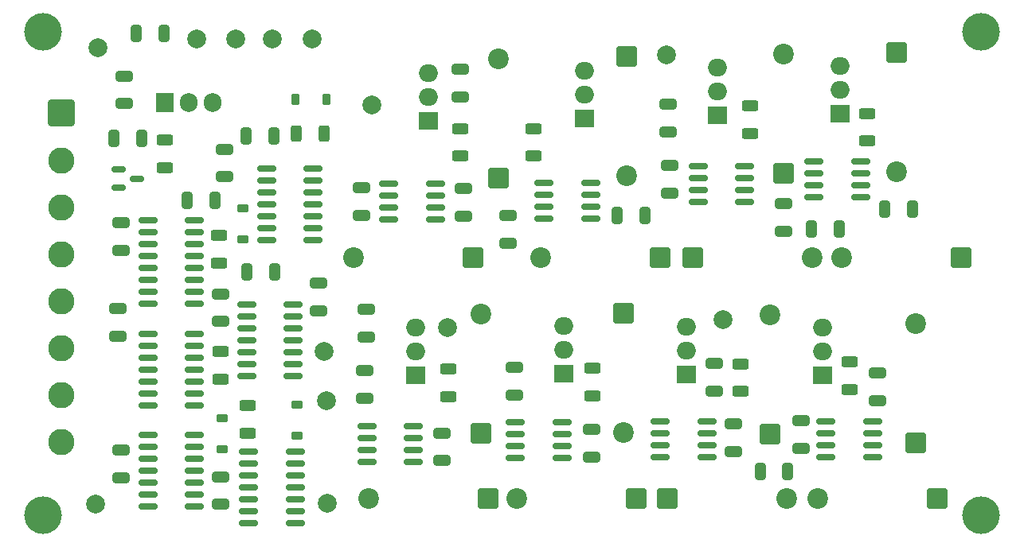
<source format=gts>
%TF.GenerationSoftware,KiCad,Pcbnew,9.0.2*%
%TF.CreationDate,2025-12-17T22:35:22-05:00*%
%TF.ProjectId,motor-driver,6d6f746f-722d-4647-9269-7665722e6b69,rev?*%
%TF.SameCoordinates,Original*%
%TF.FileFunction,Soldermask,Top*%
%TF.FilePolarity,Negative*%
%FSLAX46Y46*%
G04 Gerber Fmt 4.6, Leading zero omitted, Abs format (unit mm)*
G04 Created by KiCad (PCBNEW 9.0.2) date 2025-12-17 22:35:22*
%MOMM*%
%LPD*%
G01*
G04 APERTURE LIST*
G04 Aperture macros list*
%AMRoundRect*
0 Rectangle with rounded corners*
0 $1 Rounding radius*
0 $2 $3 $4 $5 $6 $7 $8 $9 X,Y pos of 4 corners*
0 Add a 4 corners polygon primitive as box body*
4,1,4,$2,$3,$4,$5,$6,$7,$8,$9,$2,$3,0*
0 Add four circle primitives for the rounded corners*
1,1,$1+$1,$2,$3*
1,1,$1+$1,$4,$5*
1,1,$1+$1,$6,$7*
1,1,$1+$1,$8,$9*
0 Add four rect primitives between the rounded corners*
20,1,$1+$1,$2,$3,$4,$5,0*
20,1,$1+$1,$4,$5,$6,$7,0*
20,1,$1+$1,$6,$7,$8,$9,0*
20,1,$1+$1,$8,$9,$2,$3,0*%
G04 Aperture macros list end*
%ADD10RoundRect,0.150000X-0.825000X-0.150000X0.825000X-0.150000X0.825000X0.150000X-0.825000X0.150000X0*%
%ADD11C,2.000000*%
%ADD12RoundRect,0.250000X0.625000X-0.312500X0.625000X0.312500X-0.625000X0.312500X-0.625000X-0.312500X0*%
%ADD13RoundRect,0.250000X-0.325000X-0.650000X0.325000X-0.650000X0.325000X0.650000X-0.325000X0.650000X0*%
%ADD14R,2.000000X1.905000*%
%ADD15O,2.000000X1.905000*%
%ADD16RoundRect,0.249999X-0.850001X0.850001X-0.850001X-0.850001X0.850001X-0.850001X0.850001X0.850001X0*%
%ADD17C,2.200000*%
%ADD18C,4.000000*%
%ADD19RoundRect,0.250000X0.325000X0.650000X-0.325000X0.650000X-0.325000X-0.650000X0.325000X-0.650000X0*%
%ADD20RoundRect,0.250000X0.650000X-0.325000X0.650000X0.325000X-0.650000X0.325000X-0.650000X-0.325000X0*%
%ADD21RoundRect,0.249999X0.850001X0.850001X-0.850001X0.850001X-0.850001X-0.850001X0.850001X-0.850001X0*%
%ADD22RoundRect,0.249999X-0.850001X-0.850001X0.850001X-0.850001X0.850001X0.850001X-0.850001X0.850001X0*%
%ADD23RoundRect,0.250000X-0.650000X0.325000X-0.650000X-0.325000X0.650000X-0.325000X0.650000X0.325000X0*%
%ADD24RoundRect,0.225000X-0.375000X0.225000X-0.375000X-0.225000X0.375000X-0.225000X0.375000X0.225000X0*%
%ADD25RoundRect,0.250000X0.312500X0.625000X-0.312500X0.625000X-0.312500X-0.625000X0.312500X-0.625000X0*%
%ADD26RoundRect,0.249999X0.850001X-0.850001X0.850001X0.850001X-0.850001X0.850001X-0.850001X-0.850001X0*%
%ADD27RoundRect,0.150000X-0.587500X-0.150000X0.587500X-0.150000X0.587500X0.150000X-0.587500X0.150000X0*%
%ADD28R,1.905000X2.000000*%
%ADD29O,1.905000X2.000000*%
%ADD30RoundRect,0.225000X0.375000X-0.225000X0.375000X0.225000X-0.375000X0.225000X-0.375000X-0.225000X0*%
%ADD31RoundRect,0.225000X0.225000X0.375000X-0.225000X0.375000X-0.225000X-0.375000X0.225000X-0.375000X0*%
%ADD32RoundRect,0.250001X-1.149999X1.149999X-1.149999X-1.149999X1.149999X-1.149999X1.149999X1.149999X0*%
%ADD33C,2.800000*%
%ADD34RoundRect,0.250000X-0.625000X0.312500X-0.625000X-0.312500X0.625000X-0.312500X0.625000X0.312500X0*%
G04 APERTURE END LIST*
D10*
%TO.C,U1*%
X58375000Y-66460000D03*
X58375000Y-67730000D03*
X58375000Y-69000000D03*
X58375000Y-70270000D03*
X58375000Y-71540000D03*
X58375000Y-72810000D03*
X58375000Y-74080000D03*
X58375000Y-75350000D03*
X63325000Y-75350000D03*
X63325000Y-74080000D03*
X63325000Y-72810000D03*
X63325000Y-71540000D03*
X63325000Y-70270000D03*
X63325000Y-69000000D03*
X63325000Y-67730000D03*
X63325000Y-66460000D03*
%TD*%
D11*
%TO.C,TP9*%
X77150000Y-80505000D03*
%TD*%
D12*
%TO.C,R4*%
X68950000Y-89167500D03*
X68950000Y-86242500D03*
%TD*%
D13*
%TO.C,C2*%
X57175000Y-46605000D03*
X60125000Y-46605000D03*
%TD*%
D14*
%TO.C,Q8*%
X130125000Y-83020000D03*
D15*
X130125000Y-80480000D03*
X130125000Y-77940000D03*
%TD*%
D10*
%TO.C,U6*%
X71000000Y-61005000D03*
X71000000Y-62275000D03*
X71000000Y-63545000D03*
X71000000Y-64815000D03*
X71000000Y-66085000D03*
X71000000Y-67355000D03*
X71000000Y-68625000D03*
X75950000Y-68625000D03*
X75950000Y-67355000D03*
X75950000Y-66085000D03*
X75950000Y-64815000D03*
X75950000Y-63545000D03*
X75950000Y-62275000D03*
X75950000Y-61005000D03*
%TD*%
D11*
%TO.C,TP11*%
X82175000Y-54205000D03*
%TD*%
D13*
%TO.C,C19*%
X128925000Y-67405000D03*
X131875000Y-67405000D03*
%TD*%
D12*
%TO.C,R11*%
X122375000Y-57267500D03*
X122375000Y-54342500D03*
%TD*%
D10*
%TO.C,U13*%
X97450000Y-88035000D03*
X97450000Y-89305000D03*
X97450000Y-90575000D03*
X97450000Y-91845000D03*
X102400000Y-91845000D03*
X102400000Y-90575000D03*
X102400000Y-89305000D03*
X102400000Y-88035000D03*
%TD*%
D11*
%TO.C,TP7*%
X75850000Y-47205000D03*
%TD*%
D16*
%TO.C,D10*%
X108925000Y-76440000D03*
D17*
X108925000Y-89140000D03*
%TD*%
D18*
%TO.C,TP16*%
X146975000Y-97905000D03*
%TD*%
D10*
%TO.C,U9*%
X84000000Y-62600000D03*
X84000000Y-63870000D03*
X84000000Y-65140000D03*
X84000000Y-66410000D03*
X88950000Y-66410000D03*
X88950000Y-65140000D03*
X88950000Y-63870000D03*
X88950000Y-62600000D03*
%TD*%
D19*
%TO.C,C9*%
X71800000Y-57505000D03*
X68850000Y-57505000D03*
%TD*%
D20*
%TO.C,C4*%
X55150000Y-78880000D03*
X55150000Y-75930000D03*
%TD*%
D10*
%TO.C,U14*%
X116900000Y-60700000D03*
X116900000Y-61970000D03*
X116900000Y-63240000D03*
X116900000Y-64510000D03*
X121850000Y-64510000D03*
X121850000Y-63240000D03*
X121850000Y-61970000D03*
X121850000Y-60700000D03*
%TD*%
D21*
%TO.C,D18*%
X110275000Y-96140000D03*
D17*
X97575000Y-96140000D03*
%TD*%
D22*
%TO.C,D20*%
X113575000Y-96140000D03*
D17*
X126275000Y-96140000D03*
%TD*%
D23*
%TO.C,C31*%
X125975000Y-64730000D03*
X125975000Y-67680000D03*
%TD*%
D19*
%TO.C,C20*%
X139650000Y-65305000D03*
X136700000Y-65305000D03*
%TD*%
D24*
%TO.C,D3*%
X66250000Y-87555000D03*
X66250000Y-90855000D03*
%TD*%
D12*
%TO.C,R9*%
X99375000Y-59667500D03*
X99375000Y-56742500D03*
%TD*%
D18*
%TO.C,TP18*%
X146975000Y-46405000D03*
%TD*%
D12*
%TO.C,R12*%
X121425000Y-84702500D03*
X121425000Y-81777500D03*
%TD*%
D20*
%TO.C,C13*%
X91575000Y-53380000D03*
X91575000Y-50430000D03*
%TD*%
D25*
%TO.C,R2*%
X77112500Y-57305000D03*
X74187500Y-57305000D03*
%TD*%
D12*
%TO.C,R8*%
X133025000Y-84502500D03*
X133025000Y-81577500D03*
%TD*%
D18*
%TO.C,TP15*%
X47250000Y-46405000D03*
%TD*%
D26*
%TO.C,D9*%
X93825000Y-89200000D03*
D17*
X93825000Y-76500000D03*
%TD*%
D10*
%TO.C,U7*%
X68875000Y-75435000D03*
X68875000Y-76705000D03*
X68875000Y-77975000D03*
X68875000Y-79245000D03*
X68875000Y-80515000D03*
X68875000Y-81785000D03*
X68875000Y-83055000D03*
X73825000Y-83055000D03*
X73825000Y-81785000D03*
X73825000Y-80515000D03*
X73825000Y-79245000D03*
X73825000Y-77975000D03*
X73825000Y-76705000D03*
X73825000Y-75435000D03*
%TD*%
D12*
%TO.C,R7*%
X90325000Y-85262500D03*
X90325000Y-82337500D03*
%TD*%
D27*
%TO.C,Q9*%
X55312500Y-61105000D03*
X55312500Y-63005000D03*
X57187500Y-62055000D03*
%TD*%
D23*
%TO.C,C28*%
X105525000Y-88765000D03*
X105525000Y-91715000D03*
%TD*%
D28*
%TO.C,U3*%
X60210000Y-53955000D03*
D29*
X62750000Y-53955000D03*
X65290000Y-53955000D03*
%TD*%
D10*
%TO.C,U5*%
X69100000Y-91155000D03*
X69100000Y-92425000D03*
X69100000Y-93695000D03*
X69100000Y-94965000D03*
X69100000Y-96235000D03*
X69100000Y-97505000D03*
X69100000Y-98775000D03*
X74050000Y-98775000D03*
X74050000Y-97505000D03*
X74050000Y-96235000D03*
X74050000Y-94965000D03*
X74050000Y-93695000D03*
X74050000Y-92425000D03*
X74050000Y-91155000D03*
%TD*%
D21*
%TO.C,D15*%
X94575000Y-96100000D03*
D17*
X81875000Y-96100000D03*
%TD*%
D20*
%TO.C,C12*%
X76550000Y-76155000D03*
X76550000Y-73205000D03*
%TD*%
D26*
%TO.C,D11*%
X124525000Y-89240000D03*
D17*
X124525000Y-76540000D03*
%TD*%
D11*
%TO.C,TP1*%
X77350000Y-85705000D03*
%TD*%
D30*
%TO.C,D4*%
X74250000Y-89405000D03*
X74250000Y-86105000D03*
%TD*%
D23*
%TO.C,C23*%
X127825000Y-87865000D03*
X127825000Y-90815000D03*
%TD*%
D11*
%TO.C,TP8*%
X77450000Y-96605000D03*
%TD*%
D20*
%TO.C,C5*%
X66150000Y-96755000D03*
X66150000Y-93805000D03*
%TD*%
D31*
%TO.C,D2*%
X77350000Y-53605000D03*
X74050000Y-53605000D03*
%TD*%
D19*
%TO.C,C8*%
X65525000Y-64405000D03*
X62575000Y-64405000D03*
%TD*%
D23*
%TO.C,C22*%
X89625000Y-89150000D03*
X89625000Y-92100000D03*
%TD*%
D26*
%TO.C,D8*%
X125975000Y-61505000D03*
D17*
X125975000Y-48805000D03*
%TD*%
D11*
%TO.C,TP12*%
X113550000Y-48905000D03*
%TD*%
D19*
%TO.C,C27*%
X111250000Y-66005000D03*
X108300000Y-66005000D03*
%TD*%
%TO.C,C10*%
X71825000Y-72005000D03*
X68875000Y-72005000D03*
%TD*%
D14*
%TO.C,Q2*%
X104825000Y-55645000D03*
D15*
X104825000Y-53105000D03*
X104825000Y-50565000D03*
%TD*%
D22*
%TO.C,D19*%
X116275000Y-70505000D03*
D17*
X128975000Y-70505000D03*
%TD*%
D23*
%TO.C,C16*%
X118625000Y-81765000D03*
X118625000Y-84715000D03*
%TD*%
D10*
%TO.C,U10*%
X81650000Y-88395000D03*
X81650000Y-89665000D03*
X81650000Y-90935000D03*
X81650000Y-92205000D03*
X86600000Y-92205000D03*
X86600000Y-90935000D03*
X86600000Y-89665000D03*
X86600000Y-88395000D03*
%TD*%
D14*
%TO.C,Q7*%
X115625000Y-82880000D03*
D15*
X115625000Y-80340000D03*
X115625000Y-77800000D03*
%TD*%
D10*
%TO.C,U2*%
X58400000Y-78595000D03*
X58400000Y-79865000D03*
X58400000Y-81135000D03*
X58400000Y-82405000D03*
X58400000Y-83675000D03*
X58400000Y-84945000D03*
X58400000Y-86215000D03*
X63350000Y-86215000D03*
X63350000Y-84945000D03*
X63350000Y-83675000D03*
X63350000Y-82405000D03*
X63350000Y-81135000D03*
X63350000Y-79865000D03*
X63350000Y-78595000D03*
%TD*%
D23*
%TO.C,C32*%
X120625000Y-88165000D03*
X120625000Y-91115000D03*
%TD*%
D11*
%TO.C,TP6*%
X71650000Y-47205000D03*
%TD*%
D21*
%TO.C,D16*%
X142325000Y-96140000D03*
D17*
X129625000Y-96140000D03*
%TD*%
D10*
%TO.C,U8*%
X129225000Y-60200000D03*
X129225000Y-61470000D03*
X129225000Y-62740000D03*
X129225000Y-64010000D03*
X134175000Y-64010000D03*
X134175000Y-62740000D03*
X134175000Y-61470000D03*
X134175000Y-60200000D03*
%TD*%
D26*
%TO.C,D5*%
X95675000Y-62005000D03*
D17*
X95675000Y-49305000D03*
%TD*%
D10*
%TO.C,U12*%
X100500000Y-62500000D03*
X100500000Y-63770000D03*
X100500000Y-65040000D03*
X100500000Y-66310000D03*
X105450000Y-66310000D03*
X105450000Y-65040000D03*
X105450000Y-63770000D03*
X105450000Y-62500000D03*
%TD*%
D12*
%TO.C,R13*%
X60150000Y-60867500D03*
X60150000Y-57942500D03*
%TD*%
D23*
%TO.C,C29*%
X113875000Y-60655000D03*
X113875000Y-63605000D03*
%TD*%
D10*
%TO.C,U11*%
X130475000Y-87930000D03*
X130475000Y-89200000D03*
X130475000Y-90470000D03*
X130475000Y-91740000D03*
X135425000Y-91740000D03*
X135425000Y-90470000D03*
X135425000Y-89200000D03*
X135425000Y-87930000D03*
%TD*%
D12*
%TO.C,R10*%
X105625000Y-85202500D03*
X105625000Y-82277500D03*
%TD*%
D23*
%TO.C,C14*%
X113675000Y-54130000D03*
X113675000Y-57080000D03*
%TD*%
%TO.C,C33*%
X55850000Y-51130000D03*
X55850000Y-54080000D03*
%TD*%
D14*
%TO.C,Q6*%
X102575000Y-82820000D03*
D15*
X102575000Y-80280000D03*
X102575000Y-77740000D03*
%TD*%
D11*
%TO.C,TP14*%
X119525000Y-77040000D03*
%TD*%
D21*
%TO.C,D17*%
X112825000Y-70505000D03*
D17*
X100125000Y-70505000D03*
%TD*%
D12*
%TO.C,R6*%
X134875000Y-58067500D03*
X134875000Y-55142500D03*
%TD*%
D24*
%TO.C,D1*%
X68450000Y-65255000D03*
X68450000Y-68555000D03*
%TD*%
D20*
%TO.C,C26*%
X97325000Y-85115000D03*
X97325000Y-82165000D03*
%TD*%
D32*
%TO.C,J2*%
X49150000Y-55105000D03*
D33*
X49150000Y-60105000D03*
X49150000Y-65105000D03*
X49150000Y-70105000D03*
X49150000Y-75105000D03*
X49150000Y-80105000D03*
X49150000Y-85105000D03*
X49150000Y-90105000D03*
%TD*%
D20*
%TO.C,C11*%
X66150000Y-77280000D03*
X66150000Y-74330000D03*
%TD*%
D23*
%TO.C,C24*%
X135925000Y-82765000D03*
X135925000Y-85715000D03*
%TD*%
D14*
%TO.C,Q5*%
X86825000Y-82980000D03*
D15*
X86825000Y-80440000D03*
X86825000Y-77900000D03*
%TD*%
D11*
%TO.C,TP3*%
X67750000Y-47205000D03*
%TD*%
D12*
%TO.C,R5*%
X91575000Y-59667500D03*
X91575000Y-56742500D03*
%TD*%
D34*
%TO.C,R3*%
X66150000Y-80480000D03*
X66150000Y-83405000D03*
%TD*%
D20*
%TO.C,C7*%
X66550000Y-61880000D03*
X66550000Y-58930000D03*
%TD*%
D11*
%TO.C,TP4*%
X63550000Y-47205000D03*
%TD*%
D19*
%TO.C,C3*%
X57700000Y-57805000D03*
X54750000Y-57805000D03*
%TD*%
D23*
%TO.C,C15*%
X81625000Y-76000000D03*
X81625000Y-78950000D03*
%TD*%
D10*
%TO.C,U15*%
X112850000Y-87935000D03*
X112850000Y-89205000D03*
X112850000Y-90475000D03*
X112850000Y-91745000D03*
X117800000Y-91745000D03*
X117800000Y-90475000D03*
X117800000Y-89205000D03*
X117800000Y-87935000D03*
%TD*%
D18*
%TO.C,TP17*%
X47250000Y-97905000D03*
%TD*%
D14*
%TO.C,Q1*%
X88175000Y-55885000D03*
D15*
X88175000Y-53345000D03*
X88175000Y-50805000D03*
%TD*%
D34*
%TO.C,R1*%
X65950000Y-68142500D03*
X65950000Y-71067500D03*
%TD*%
D21*
%TO.C,D13*%
X92925000Y-70505000D03*
D17*
X80225000Y-70505000D03*
%TD*%
D23*
%TO.C,C25*%
X96675000Y-66005000D03*
X96675000Y-68955000D03*
%TD*%
%TO.C,C17*%
X81075000Y-63030000D03*
X81075000Y-65980000D03*
%TD*%
%TO.C,C6*%
X55550000Y-90960000D03*
X55550000Y-93910000D03*
%TD*%
D19*
%TO.C,C30*%
X126425000Y-93240000D03*
X123475000Y-93240000D03*
%TD*%
D11*
%TO.C,TP10*%
X53050000Y-48105000D03*
%TD*%
D26*
%TO.C,D12*%
X140025000Y-90240000D03*
D17*
X140025000Y-77540000D03*
%TD*%
D23*
%TO.C,C1*%
X55550000Y-66730000D03*
X55550000Y-69680000D03*
%TD*%
%TO.C,C18*%
X91900000Y-63135000D03*
X91900000Y-66085000D03*
%TD*%
D16*
%TO.C,D7*%
X137975000Y-48655000D03*
D17*
X137975000Y-61355000D03*
%TD*%
D23*
%TO.C,C21*%
X81425000Y-82475000D03*
X81425000Y-85425000D03*
%TD*%
D21*
%TO.C,D14*%
X144825000Y-70505000D03*
D17*
X132125000Y-70505000D03*
%TD*%
D11*
%TO.C,TP2*%
X52850000Y-96705000D03*
%TD*%
D10*
%TO.C,U4*%
X58400000Y-89365000D03*
X58400000Y-90635000D03*
X58400000Y-91905000D03*
X58400000Y-93175000D03*
X58400000Y-94445000D03*
X58400000Y-95715000D03*
X58400000Y-96985000D03*
X63350000Y-96985000D03*
X63350000Y-95715000D03*
X63350000Y-94445000D03*
X63350000Y-93175000D03*
X63350000Y-91905000D03*
X63350000Y-90635000D03*
X63350000Y-89365000D03*
%TD*%
D14*
%TO.C,Q3*%
X118975000Y-55345000D03*
D15*
X118975000Y-52805000D03*
X118975000Y-50265000D03*
%TD*%
D14*
%TO.C,Q4*%
X131975000Y-55185000D03*
D15*
X131975000Y-52645000D03*
X131975000Y-50105000D03*
%TD*%
D16*
%TO.C,D6*%
X109275000Y-49055000D03*
D17*
X109275000Y-61755000D03*
%TD*%
D11*
%TO.C,TP13*%
X90225000Y-77900000D03*
%TD*%
M02*

</source>
